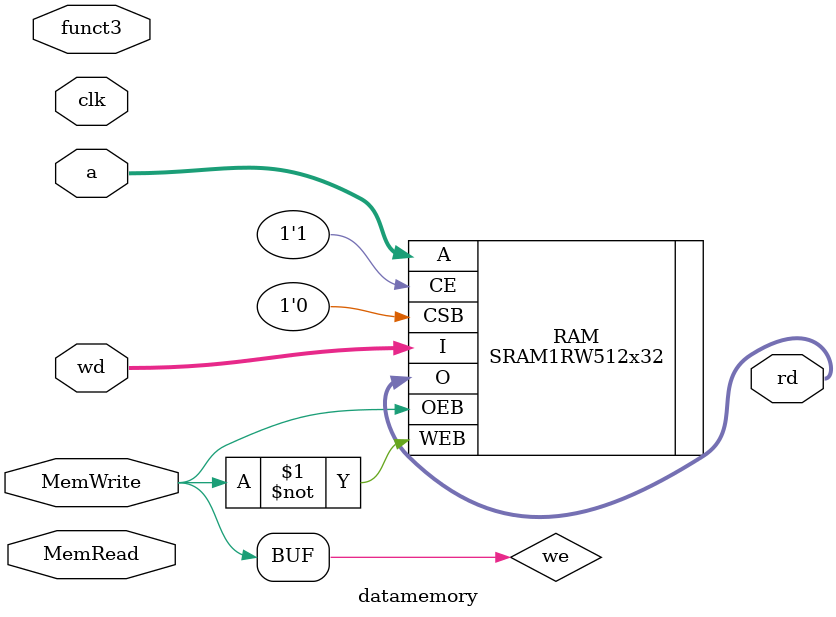
<source format=sv>
`timescale 1ns / 1ps

module datamemory#(
    parameter DM_ADDRESS = 9 ,
    parameter DATA_W = 32
    )(
    input logic clk,
	input logic MemRead , // comes from control unit
    input logic MemWrite , // Comes from control unit
    input logic [ DM_ADDRESS -1:0] a , // Read / Write address - 9 LSB bits of the ALU output
    input logic [2:0] funct3, // Funct3 to choose between (LW,LH,LB,LHU,LBU,SW,SH,SB)
    input logic [ DATA_W -1:0] wd , // Write Data
    output logic [ DATA_W -1:0] rd // Read Data
    );

`ifdef __SIM__
    
    logic [DATA_W-1:0] mem [(2**(DM_ADDRESS-2))-1:0];
    
    always_comb 
    begin
       if(MemRead)
		begin
		if(funct3 == 3'b000) //LB
			begin
				if(a[1:0] == 2'b0)
					rd = $signed({mem[a[DM_ADDRESS-1:2]][7]? 24'hffffff:24'b0,mem[a[DM_ADDRESS-1:2]][7:0]});
				else if(a[1:0]==2'b1)
					rd = $signed({mem[a[DM_ADDRESS-1:2]][15]? 16'hffff:16'b0,mem[a[DM_ADDRESS-1:2]][15:8],8'b0});
				else if(a[1:0]==2'b10)
					rd = $signed({mem[a[DM_ADDRESS-1:2]][23]? 8'hff:8'b0,mem[a[DM_ADDRESS-1:2]][23:16],16'b0});
				else
					rd = $signed({mem[a[DM_ADDRESS-1:2]][31:24],24'b0});
			end
		else if(funct3 == 3'b001) //LH
			begin
				if(a[1] == 1'b0)
					rd = $signed({mem[a[DM_ADDRESS-1:2]][15]? 16'hffff:16'b0,mem[a[DM_ADDRESS-1:2]][15:0]});
				else if(a[1]==1'b1)
					rd = $signed({mem[a[DM_ADDRESS-1:2]][31:16],16'b0});
			end
		else if(funct3 == 3'b010) //LW
			begin
				rd = $signed(mem[a[DM_ADDRESS-1:2]]);
				if(rd[0]===1'bx)
					rd[7:0] = 8'b0;
				if(rd[8]===1'bx)
					begin
					if(rd[7] == 1'b1)
						rd[15:8] = 8'hFF;
					else
						rd[15:8] = 8'b0;
					end
				if(rd[16]===1'bx)
					begin
					if(rd[15] == 1'b1)
						rd[23:16] = 8'hFF;
					else
						rd[23:16] = 8'b0;
					end
				if(rd[24]===1'bx)
					begin
					if(rd[23] == 1'b1)
						rd[31:24] = 8'hFF;
					else
						rd[31:24] = 8'b0;
					end
			end
		else if(funct3 == 3'b100) //LBU
			begin
				if(a[1:0] == 2'b0)
					rd = {24'b0,mem[a[DM_ADDRESS-1:2]][7:0]};
				else if(a[1:0]==2'b1)
					rd = {16'b0,mem[a[DM_ADDRESS-1:2]][15:8],8'b0};
				else if(a[1:0]==2'b10)
					rd = {8'b0,mem[a[DM_ADDRESS-1:2]][23:16],16'b0};
				else
					rd = {mem[a[DM_ADDRESS-1:2]][31:24],24'b0};
			end
		else if(funct3 == 3'b101) //LHU
			begin
				if(a[1] == 1'b0)
					rd = {16'b0,mem[a[DM_ADDRESS-1:2]][15:0]};
				else if(a[1]==1'b1)
					rd = {mem[a[DM_ADDRESS-1:2]][31:16],16'b0};
			end
		else
			rd = 'b0;
		end
	end
    
    always @(posedge clk) begin
       if (MemWrite)
		begin
		if(funct3 == 3'b000)                                         //SB
			begin
                if(a[1:0] == 2'b0)
                    mem[a[DM_ADDRESS-1:2]][7:0] = wd[7:0];
                else if(a[1:0] == 2'b1)
                    mem[a[DM_ADDRESS-1:2]][15:8] = wd[15:8];
                else if(a[1:0] == 2'b10)
                    mem[a[DM_ADDRESS-1:2]][23:16] = wd[23:16];
                else
                    mem[a[DM_ADDRESS-1:2]][31:24] = wd[31:24];
			end
            else if(funct3 == 3'b001)                                         //SH
			begin
                if(a[1] == 1'b0)
                    mem[a[DM_ADDRESS-1:2]][15:0] = wd[15:0];
                else
                    mem[a[DM_ADDRESS-1:2]][31:16] = wd[31:16];
			end
            else if(funct3 == 3'b010)                                         //SW
                mem[a[DM_ADDRESS-1:2]] = wd;
		else
			mem[a[DM_ADDRESS-1:2]] = mem[a[DM_ADDRESS-1:2]];
           end
    end

`else

  logic we;

    assign we = MemWrite;

  

   SRAM1RW512x32 RAM (

         .A       ( a[8:0] ),

         .CE      ( 1'b1   ),

         .WEB     ( ~we    ),

         .OEB     ( we     ),

         .CSB     ( 1'b0   ),

         .I       ( wd    ),

         .O       ( rd    )

         );
		 


`endif
    
endmodule

</source>
